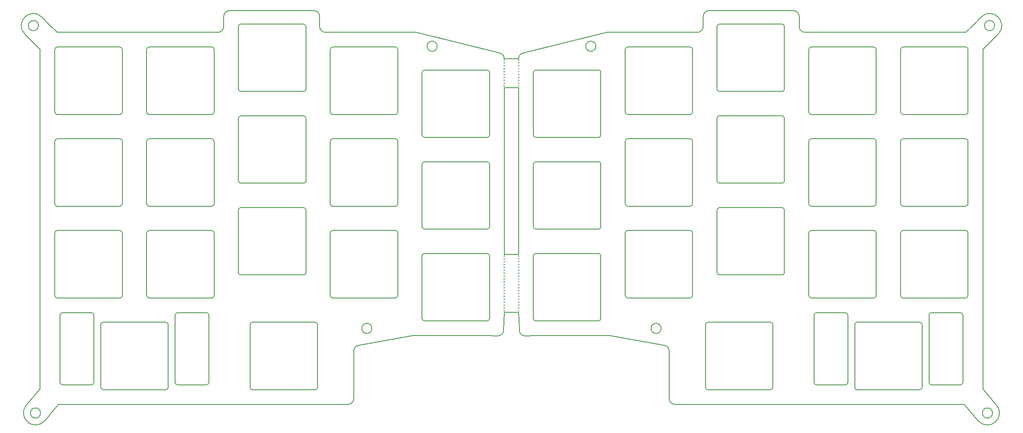
<source format=gm1>
G04 #@! TF.GenerationSoftware,KiCad,Pcbnew,7.0.7-7.0.7~ubuntu23.04.1*
G04 #@! TF.CreationDate,2023-09-08T19:13:07+00:00*
G04 #@! TF.ProjectId,LeChiffre_Plate,4c654368-6966-4667-9265-5f506c617465,rev?*
G04 #@! TF.SameCoordinates,Original*
G04 #@! TF.FileFunction,Profile,NP*
%FSLAX46Y46*%
G04 Gerber Fmt 4.6, Leading zero omitted, Abs format (unit mm)*
G04 Created by KiCad (PCBNEW 7.0.7-7.0.7~ubuntu23.04.1) date 2023-09-08 19:13:07*
%MOMM*%
%LPD*%
G01*
G04 APERTURE LIST*
G04 #@! TA.AperFunction,Profile*
%ADD10C,0.200000*%
G04 #@! TD*
G04 #@! TA.AperFunction,Profile*
%ADD11C,0.010000*%
G04 #@! TD*
G04 APERTURE END LIST*
D10*
X164310499Y-61117706D02*
X164310499Y-95803724D01*
X127210499Y-49670362D02*
X145990358Y-49670363D01*
X160770278Y-71484077D02*
G75*
G03*
X161270277Y-70984063I22J499977D01*
G01*
X251025721Y-110371563D02*
X251025720Y-123371564D01*
X202900720Y-85771521D02*
G75*
G03*
X203400721Y-85271564I-20J500021D01*
G01*
X247050719Y-52721564D02*
X260050720Y-52721563D01*
D11*
X167460499Y-98503724D02*
G75*
G03*
X167460499Y-98503724I-150000J0D01*
G01*
X164460499Y-57217706D02*
G75*
G03*
X164460499Y-57217706I-150000J0D01*
G01*
D10*
X208950721Y-100059063D02*
X221950720Y-100059064D01*
X123170336Y-67509063D02*
G75*
G03*
X122670277Y-67009064I-500036J-37D01*
G01*
X189900720Y-90821564D02*
X202900720Y-90821564D01*
X109670278Y-86059077D02*
G75*
G03*
X109170277Y-86559063I22J-500023D01*
G01*
X90120337Y-66221564D02*
G75*
G03*
X90620278Y-66721563I499963J-36D01*
G01*
D11*
X164460499Y-60217706D02*
G75*
G03*
X164460499Y-60217706I-150000J0D01*
G01*
D10*
X226710499Y-49670363D02*
X260077188Y-49670363D01*
X222450720Y-67509064D02*
X222450721Y-80509064D01*
X72657277Y-107871579D02*
G75*
G03*
X72157279Y-108371563I23J-500021D01*
G01*
X228000720Y-52721521D02*
G75*
G03*
X227500721Y-53221564I-20J-499979D01*
G01*
X162940431Y-112708230D02*
G75*
G03*
X164181130Y-111550262I41369J1199330D01*
G01*
X161270337Y-96084063D02*
G75*
G03*
X160770278Y-95584063I-500037J-37D01*
G01*
X142220277Y-85271563D02*
X142220278Y-72271563D01*
X128220277Y-104321563D02*
X128220279Y-91321563D01*
X260050721Y-66721563D02*
X247050721Y-66721564D01*
X109670277Y-67009078D02*
G75*
G03*
X109170278Y-67509064I23J-500022D01*
G01*
X96533277Y-107871578D02*
G75*
G03*
X96033278Y-108371564I23J-500022D01*
G01*
D11*
X167460499Y-105103724D02*
G75*
G03*
X167460499Y-105103724I-150000J0D01*
G01*
D10*
X81095277Y-109871577D02*
G75*
G03*
X80595277Y-110371563I23J-500023D01*
G01*
D11*
X167460499Y-60817706D02*
G75*
G03*
X167460499Y-60817706I-150000J0D01*
G01*
D10*
X90620278Y-52721563D02*
X103620278Y-52721564D01*
X104120336Y-91321564D02*
G75*
G03*
X103620278Y-90821564I-500036J-36D01*
G01*
X247050719Y-52721521D02*
G75*
G03*
X246550721Y-53221564I-19J-499979D01*
G01*
X68010499Y-53212839D02*
X64842309Y-50034123D01*
X123170277Y-61459064D02*
X123170278Y-48459064D01*
X104120336Y-72271564D02*
G75*
G03*
X103620278Y-71771564I-500036J-36D01*
G01*
X103620278Y-85771564D02*
X90620278Y-85771563D01*
X183850720Y-90534063D02*
X170850720Y-90534064D01*
X65136250Y-127104335D02*
G75*
G03*
X68961164Y-130324647I1912450J-1610165D01*
G01*
X170860499Y-112632863D02*
X168680565Y-112708136D01*
X202900720Y-66721563D02*
X189900720Y-66721564D01*
X241500721Y-72271563D02*
X241500720Y-85271564D01*
X203400736Y-91321563D02*
G75*
G03*
X202900720Y-90821564I-500036J-37D01*
G01*
D11*
X164460499Y-58417706D02*
G75*
G03*
X164460499Y-58417706I-150000J0D01*
G01*
D10*
X72657278Y-107871563D02*
X78657277Y-107871563D01*
D11*
X167460499Y-97903724D02*
G75*
G03*
X167460499Y-97903724I-150000J0D01*
G01*
X167460499Y-100303724D02*
G75*
G03*
X167460499Y-100303724I-150000J0D01*
G01*
D10*
X122670277Y-86059064D02*
X109670278Y-86059063D01*
X78657278Y-122871564D02*
X72657278Y-122871564D01*
X198529249Y-125720363D02*
X198529249Y-115837193D01*
D11*
X167460499Y-106303724D02*
G75*
G03*
X167460499Y-106303724I-150000J0D01*
G01*
D10*
X147770278Y-76534078D02*
G75*
G03*
X147270278Y-77034063I22J-500022D01*
G01*
X246550720Y-66221563D02*
X246550721Y-53221563D01*
X79157337Y-108371563D02*
G75*
G03*
X78657277Y-107871563I-500037J-37D01*
G01*
D11*
X164460499Y-106303724D02*
G75*
G03*
X164460499Y-106303724I-150000J0D01*
G01*
D10*
X170350721Y-109084063D02*
X170350720Y-96084063D01*
X142220278Y-53221564D02*
X142220277Y-66221563D01*
X206810499Y-45157863D02*
X224310499Y-45157863D01*
X112051527Y-109871563D02*
X125051527Y-109871564D01*
X189400720Y-72271563D02*
X189400721Y-85271563D01*
D11*
X167460499Y-57817706D02*
G75*
G03*
X167460499Y-57817706I-150000J0D01*
G01*
D10*
X125551528Y-110371563D02*
X125551528Y-123371563D01*
X189900722Y-52721520D02*
G75*
G03*
X189400720Y-53221564I-22J-499980D01*
G01*
D11*
X164460499Y-59017706D02*
G75*
G03*
X164460499Y-59017706I-150000J0D01*
G01*
D10*
X147270337Y-70984064D02*
G75*
G03*
X147770278Y-71484063I499963J-36D01*
G01*
X167310499Y-95803724D02*
X164310499Y-95803724D01*
X237025720Y-123371564D02*
X237025721Y-110371563D01*
X111551537Y-123371563D02*
G75*
G03*
X112051527Y-123871563I499963J-37D01*
G01*
X147770279Y-95584078D02*
G75*
G03*
X147270278Y-96084063I21J-500022D01*
G01*
D11*
X164460499Y-105703724D02*
G75*
G03*
X164460499Y-105703724I-150000J0D01*
G01*
D10*
X170850720Y-76534020D02*
G75*
G03*
X170350720Y-77034063I-20J-499980D01*
G01*
X80595337Y-123371563D02*
G75*
G03*
X81095277Y-123871563I499963J-37D01*
G01*
X208450736Y-61459064D02*
G75*
G03*
X208950720Y-61959064I499964J-36D01*
G01*
D11*
X164460499Y-56617706D02*
G75*
G03*
X164460499Y-56617706I-150000J0D01*
G01*
D10*
X80595278Y-123371564D02*
X80595277Y-110371563D01*
X131891749Y-126920449D02*
G75*
G03*
X133091749Y-125720363I-49J1200049D01*
G01*
X170350736Y-90034063D02*
G75*
G03*
X170850720Y-90534064I499964J-37D01*
G01*
X109170278Y-48459064D02*
X109170277Y-61459064D01*
D11*
X164460499Y-59617706D02*
G75*
G03*
X164460499Y-59617706I-150000J0D01*
G01*
D10*
X126010538Y-48470363D02*
G75*
G03*
X127210499Y-49670362I1199962J-37D01*
G01*
X251025737Y-110371563D02*
G75*
G03*
X250525721Y-109871563I-500037J-37D01*
G01*
D11*
X164460499Y-97303724D02*
G75*
G03*
X164460499Y-97303724I-150000J0D01*
G01*
D10*
X203400720Y-53221564D02*
X203400722Y-66221564D01*
X125051527Y-123871564D02*
X112051527Y-123871563D01*
X161270278Y-57984063D02*
X161270277Y-70984063D01*
X170850720Y-95584063D02*
X183850720Y-95584064D01*
X260050721Y-104821520D02*
G75*
G03*
X260550720Y-104321563I-21J500020D01*
G01*
D11*
X164460499Y-107503724D02*
G75*
G03*
X164460499Y-107503724I-150000J0D01*
G01*
D10*
X208950721Y-67009020D02*
G75*
G03*
X208450720Y-67509063I-21J-499980D01*
G01*
X102533278Y-122871579D02*
G75*
G03*
X103033279Y-122371563I22J499979D01*
G01*
X185630640Y-49670363D02*
X204410499Y-49670362D01*
X235087720Y-122871520D02*
G75*
G03*
X235587720Y-122371564I-20J500020D01*
G01*
X147770278Y-57484078D02*
G75*
G03*
X147270278Y-57984064I22J-500022D01*
G01*
X241000720Y-85771520D02*
G75*
G03*
X241500720Y-85271564I-20J500020D01*
G01*
X107310500Y-45157899D02*
G75*
G03*
X106110499Y-46357862I0J-1200001D01*
G01*
X208950721Y-86059020D02*
G75*
G03*
X208450720Y-86559063I-21J-499980D01*
G01*
X160760499Y-112632863D02*
X145410499Y-112632863D01*
X104910499Y-49670399D02*
G75*
G03*
X106110499Y-48470363I1J1199999D01*
G01*
X128720278Y-52721563D02*
X141720276Y-52721564D01*
D11*
X164460499Y-97903724D02*
G75*
G03*
X164460499Y-97903724I-150000J0D01*
G01*
X167460499Y-56017706D02*
G75*
G03*
X167460499Y-56017706I-150000J0D01*
G01*
D10*
X189400721Y-104321563D02*
X189400719Y-91321563D01*
X109170277Y-86559063D02*
X109170277Y-99559063D01*
X107310499Y-45157863D02*
X124810499Y-45157863D01*
X221950721Y-47959063D02*
X208950721Y-47959064D01*
D11*
X167460499Y-59017706D02*
G75*
G03*
X167460499Y-59017706I-150000J0D01*
G01*
D10*
X259463737Y-108371563D02*
G75*
G03*
X258963721Y-107871563I-500037J-37D01*
G01*
X109170337Y-80509064D02*
G75*
G03*
X109670278Y-81009063I499963J-36D01*
G01*
X160770278Y-109584077D02*
G75*
G03*
X161270277Y-109084063I22J499977D01*
G01*
X84570278Y-66721578D02*
G75*
G03*
X85070278Y-66221563I22J499978D01*
G01*
X71070337Y-66221563D02*
G75*
G03*
X71570277Y-66721563I499963J-37D01*
G01*
X68383687Y-46504473D02*
G75*
G03*
X64842309Y-50034123I-1770687J-1764827D01*
G01*
X147270278Y-90034063D02*
X147270278Y-77034063D01*
X222450736Y-86559063D02*
G75*
G03*
X221950720Y-86059064I-500036J-37D01*
G01*
X203400738Y-72271564D02*
G75*
G03*
X202900720Y-71771562I-500038J-36D01*
G01*
X84570277Y-66721564D02*
X71570277Y-66721563D01*
X246550720Y-104321563D02*
X246550721Y-91321563D01*
X103620278Y-85771578D02*
G75*
G03*
X104120278Y-85271563I22J499978D01*
G01*
X263610498Y-123685378D02*
X264892740Y-125213493D01*
X123170336Y-48459064D02*
G75*
G03*
X122670277Y-47959064I-500036J-36D01*
G01*
X221950720Y-100059022D02*
G75*
G03*
X222450722Y-99559063I-20J500022D01*
G01*
X241000720Y-90821563D02*
X228000720Y-90821564D01*
X71570278Y-90821563D02*
X84570278Y-90821564D01*
X208450736Y-80509063D02*
G75*
G03*
X208950720Y-81009064I499964J-37D01*
G01*
X228000720Y-90821521D02*
G75*
G03*
X227500721Y-91321564I-20J-499979D01*
G01*
D11*
X164460499Y-102703724D02*
G75*
G03*
X164460499Y-102703724I-150000J0D01*
G01*
D10*
X247050720Y-71771521D02*
G75*
G03*
X246550721Y-72271564I-20J-499979D01*
G01*
X198529338Y-125720363D02*
G75*
G03*
X199729249Y-126920362I1199862J-137D01*
G01*
X141720278Y-66721577D02*
G75*
G03*
X142220277Y-66221563I22J499977D01*
G01*
X189400736Y-66221563D02*
G75*
G03*
X189900720Y-66721564I499964J-37D01*
G01*
X104120336Y-53221564D02*
G75*
G03*
X103620278Y-52721564I-500036J-36D01*
G01*
X183850720Y-109584021D02*
G75*
G03*
X184350721Y-109084064I-20J500021D01*
G01*
X109670277Y-67009062D02*
X122670277Y-67009064D01*
D11*
X164460499Y-98503724D02*
G75*
G03*
X164460499Y-98503724I-150000J0D01*
G01*
D10*
X208950721Y-67009064D02*
X221950721Y-67009062D01*
D11*
X167460499Y-96103724D02*
G75*
G03*
X167460499Y-96103724I-150000J0D01*
G01*
D10*
X122670278Y-61959077D02*
G75*
G03*
X123170277Y-61459064I22J499977D01*
G01*
X229087721Y-107871564D02*
X235087721Y-107871564D01*
X206069437Y-123371563D02*
G75*
G03*
X206569470Y-123871563I499963J-37D01*
G01*
X81095278Y-109871563D02*
X94095278Y-109871564D01*
X146279309Y-49705663D02*
G75*
G03*
X145990358Y-49670363I-288909J-1164637D01*
G01*
X247050720Y-90821564D02*
X260050720Y-90821563D01*
X128720278Y-90821564D02*
X141720278Y-90821564D01*
X111551528Y-123371563D02*
X111551528Y-110371563D01*
X227500720Y-85271563D02*
X227500720Y-72271563D01*
X71570277Y-71771577D02*
G75*
G03*
X71070277Y-72271564I23J-500023D01*
G01*
D11*
X164460499Y-100303724D02*
G75*
G03*
X164460499Y-100303724I-150000J0D01*
G01*
D10*
X103620278Y-66721564D02*
X90620278Y-66721563D01*
D11*
X164460499Y-100903724D02*
G75*
G03*
X164460499Y-100903724I-150000J0D01*
G01*
D10*
X85070335Y-72271564D02*
G75*
G03*
X84570278Y-71771565I-500035J-36D01*
G01*
X147270278Y-109084063D02*
X147270278Y-96084063D01*
X164310499Y-107803724D02*
X164181130Y-111550262D01*
X222450737Y-48459064D02*
G75*
G03*
X221950721Y-47959063I-500037J-36D01*
G01*
X96033278Y-122371564D02*
X96033278Y-108371564D01*
X96533277Y-107871564D02*
X102533277Y-107871564D01*
X109170336Y-99559063D02*
G75*
G03*
X109670278Y-100059064I499964J-37D01*
G01*
X260550720Y-91321563D02*
X260550720Y-104321563D01*
X250525721Y-123871520D02*
G75*
G03*
X251025720Y-123371563I-21J500020D01*
G01*
X265622276Y-128714505D02*
G75*
G03*
X265622276Y-128714505I-1050000J0D01*
G01*
X161270278Y-96084063D02*
X161270277Y-109084063D01*
X145410499Y-112632863D02*
X134080815Y-114655878D01*
D11*
X164460499Y-103903724D02*
G75*
G03*
X164460499Y-103903724I-150000J0D01*
G01*
D10*
X128720278Y-85771563D02*
X141720278Y-85771564D01*
D11*
X167460499Y-55417706D02*
G75*
G03*
X167460499Y-55417706I-150000J0D01*
G01*
D10*
X106110499Y-48470363D02*
X106110499Y-46357862D01*
X208950721Y-47959020D02*
G75*
G03*
X208450720Y-48459064I-21J-499980D01*
G01*
X123170278Y-99559063D02*
X123170278Y-86559063D01*
X71570277Y-52721577D02*
G75*
G03*
X71070277Y-53221564I23J-500023D01*
G01*
X227500736Y-66221564D02*
G75*
G03*
X228000720Y-66721564I499964J-36D01*
G01*
X184350736Y-96084063D02*
G75*
G03*
X183850719Y-95584064I-500036J-37D01*
G01*
X184350737Y-57984064D02*
G75*
G03*
X183850720Y-57484063I-500037J-36D01*
G01*
X228000720Y-71771564D02*
X241000720Y-71771563D01*
X184350720Y-96084063D02*
X184350720Y-109084063D01*
X141720279Y-104821563D02*
X128720278Y-104821564D01*
X225510438Y-48470363D02*
G75*
G03*
X226710499Y-49670362I1199962J-37D01*
G01*
D11*
X164460499Y-55417706D02*
G75*
G03*
X164460499Y-55417706I-150000J0D01*
G01*
D10*
X141720279Y-104821577D02*
G75*
G03*
X142220277Y-104321563I21J499977D01*
G01*
X183850720Y-71484020D02*
G75*
G03*
X184350720Y-70984064I-20J500020D01*
G01*
X189400736Y-85271563D02*
G75*
G03*
X189900720Y-85771564I499964J-37D01*
G01*
X241000720Y-66721520D02*
G75*
G03*
X241500720Y-66221564I-20J500020D01*
G01*
D11*
X164460499Y-101503724D02*
G75*
G03*
X164460499Y-101503724I-150000J0D01*
G01*
X167460499Y-96703724D02*
G75*
G03*
X167460499Y-96703724I-150000J0D01*
G01*
D10*
X71827335Y-126920362D02*
X68961165Y-130324648D01*
X189400721Y-66221563D02*
X189400720Y-53221564D01*
X262659833Y-130324648D02*
X259793663Y-126920362D01*
X205610499Y-48470363D02*
X205610499Y-46357862D01*
X90620278Y-104821564D02*
X103620278Y-104821563D01*
X247050720Y-71771565D02*
X260050720Y-71771563D01*
X225510438Y-46357862D02*
G75*
G03*
X224310498Y-45157862I-1200038J-38D01*
G01*
D11*
X167460499Y-99703724D02*
G75*
G03*
X167460499Y-99703724I-150000J0D01*
G01*
D10*
X164310494Y-55117706D02*
G75*
G03*
X163399448Y-53953013I-1199994J6D01*
G01*
X262659866Y-130324620D02*
G75*
G03*
X266484717Y-127104360I1912434J1610120D01*
G01*
X94595277Y-110371563D02*
X94595278Y-123371564D01*
X260550737Y-72271564D02*
G75*
G03*
X260050721Y-71771563I-500037J-36D01*
G01*
X71570278Y-52721563D02*
X84570279Y-52721564D01*
X189900720Y-71771520D02*
G75*
G03*
X189400720Y-72271563I-20J-499980D01*
G01*
X68383702Y-46504456D02*
X70128627Y-48255179D01*
X228000720Y-71771521D02*
G75*
G03*
X227500721Y-72271564I-20J-499979D01*
G01*
X229087721Y-107871520D02*
G75*
G03*
X228587720Y-108371564I-21J-499980D01*
G01*
X235587720Y-108371564D02*
X235587720Y-122371564D01*
X78657278Y-122871578D02*
G75*
G03*
X79157278Y-122371564I22J499978D01*
G01*
X122670278Y-81009078D02*
G75*
G03*
X123170278Y-80509063I22J499978D01*
G01*
X196871934Y-111146587D02*
G75*
G03*
X196871934Y-111146587I-1050001J0D01*
G01*
X122670278Y-81009064D02*
X109670278Y-81009063D01*
X126010499Y-46357862D02*
X126010499Y-48470363D01*
X141720278Y-85771577D02*
G75*
G03*
X142220277Y-85271563I22J499977D01*
G01*
X142220336Y-53221564D02*
G75*
G03*
X141720276Y-52721564I-500036J-36D01*
G01*
X133091749Y-115837193D02*
X133091749Y-125720363D01*
X94095278Y-123871578D02*
G75*
G03*
X94595278Y-123371564I22J499978D01*
G01*
X170850720Y-95584020D02*
G75*
G03*
X170350720Y-96084063I-20J-499980D01*
G01*
X228000720Y-104821563D02*
X241000720Y-104821564D01*
X104120278Y-104321563D02*
X104120278Y-91321563D01*
X203400737Y-53221564D02*
G75*
G03*
X202900720Y-52721563I-500037J-36D01*
G01*
X71570278Y-71771563D02*
X84570278Y-71771565D01*
X258963720Y-122871520D02*
G75*
G03*
X259463720Y-122371564I-20J500020D01*
G01*
X260550721Y-53221564D02*
X260550719Y-66221564D01*
X170850720Y-57484064D02*
X183850720Y-57484063D01*
X219569471Y-123871563D02*
X206569471Y-123871564D01*
X202900720Y-66721522D02*
G75*
G03*
X203400722Y-66221564I-20J500022D01*
G01*
X170850720Y-76534064D02*
X183850720Y-76534063D01*
X147770278Y-57484063D02*
X160770278Y-57484064D01*
D11*
X167460499Y-101503724D02*
G75*
G03*
X167460499Y-101503724I-150000J0D01*
G01*
D10*
X104120278Y-72271563D02*
X104120278Y-85271563D01*
X125051528Y-123871628D02*
G75*
G03*
X125551528Y-123371563I-28J500028D01*
G01*
X186210499Y-112632863D02*
X170860499Y-112632863D01*
D11*
X167460499Y-102103724D02*
G75*
G03*
X167460499Y-102103724I-150000J0D01*
G01*
D10*
X65136279Y-127104361D02*
X66728258Y-125213493D01*
X189900720Y-90821519D02*
G75*
G03*
X189400719Y-91321563I-20J-499981D01*
G01*
X197540183Y-114655878D02*
X186210499Y-112632863D01*
X128220336Y-104321564D02*
G75*
G03*
X128720278Y-104821564I499964J-36D01*
G01*
D11*
X164460499Y-103303724D02*
G75*
G03*
X164460499Y-103303724I-150000J0D01*
G01*
D10*
X168221550Y-53953013D02*
X185341690Y-49705671D01*
X125551536Y-110371563D02*
G75*
G03*
X125051527Y-109871564I-500036J-37D01*
G01*
X90120277Y-91321562D02*
X90120278Y-104321563D01*
X66728258Y-125213493D02*
X68010500Y-123685378D01*
X237025736Y-123371564D02*
G75*
G03*
X237525720Y-123871564I499964J-36D01*
G01*
X208450737Y-99559063D02*
G75*
G03*
X208950721Y-100059063I499963J-37D01*
G01*
X167310499Y-107803724D02*
X164310499Y-107803724D01*
X103620278Y-90821564D02*
X90620278Y-90821563D01*
X72157279Y-122371563D02*
X72157279Y-108371563D01*
X90120337Y-85271564D02*
G75*
G03*
X90620278Y-85771563I499963J-36D01*
G01*
X102533278Y-122871563D02*
X96533278Y-122871563D01*
X260550737Y-53221564D02*
G75*
G03*
X260050721Y-52721563I-500037J-36D01*
G01*
X71070279Y-66221564D02*
X71070277Y-53221564D01*
X85070277Y-91321563D02*
X85070278Y-104321563D01*
X208450720Y-86559063D02*
X208450720Y-99559063D01*
X134080823Y-114655924D02*
G75*
G03*
X133091749Y-115837193I210877J-1181276D01*
G01*
X109670277Y-47959078D02*
G75*
G03*
X109170278Y-48459064I23J-500022D01*
G01*
X221950720Y-86059063D02*
X208950721Y-86059064D01*
X220069470Y-110371563D02*
X220069470Y-123371563D01*
X142220279Y-91321563D02*
X142220277Y-104321563D01*
X206569471Y-109871564D02*
X219569471Y-109871563D01*
X183850720Y-109584064D02*
X170850720Y-109584063D01*
D11*
X164460499Y-104503724D02*
G75*
G03*
X164460499Y-104503724I-150000J0D01*
G01*
D10*
X141720278Y-66721564D02*
X128720278Y-66721563D01*
X221950720Y-61959021D02*
G75*
G03*
X222450721Y-61459064I-20J500021D01*
G01*
X252963721Y-107871520D02*
G75*
G03*
X252463720Y-108371563I-21J-499980D01*
G01*
D11*
X164460499Y-99703724D02*
G75*
G03*
X164460499Y-99703724I-150000J0D01*
G01*
D10*
X235087720Y-122871563D02*
X229087720Y-122871563D01*
X160770278Y-90534077D02*
G75*
G03*
X161270277Y-90034063I22J499977D01*
G01*
D11*
X167460499Y-97303724D02*
G75*
G03*
X167460499Y-97303724I-150000J0D01*
G01*
X164460499Y-56017706D02*
G75*
G03*
X164460499Y-56017706I-150000J0D01*
G01*
D10*
X241500720Y-104321563D02*
X241500721Y-91321562D01*
X241500721Y-53221564D02*
X241500720Y-66221564D01*
X250525721Y-123871563D02*
X237525721Y-123871563D01*
X109670278Y-100059064D02*
X122670277Y-100059063D01*
X122670277Y-47959064D02*
X109670277Y-47959063D01*
X167310499Y-95803724D02*
X167310499Y-61117706D01*
X183322041Y-52553611D02*
G75*
G03*
X183322041Y-52553611I-1050001J0D01*
G01*
X252463736Y-122371564D02*
G75*
G03*
X252963720Y-122871564I499964J-36D01*
G01*
X260050721Y-85771563D02*
X247050721Y-85771564D01*
X184350720Y-57984064D02*
X184350720Y-70984064D01*
X208450720Y-80509063D02*
X208450720Y-67509063D01*
X167310499Y-55117706D02*
X164310499Y-55117706D01*
X126010537Y-46357863D02*
G75*
G03*
X124810499Y-45157863I-1200037J-37D01*
G01*
X225510499Y-46357862D02*
X225510499Y-48470363D01*
X189400737Y-104321563D02*
G75*
G03*
X189900719Y-104821563I499963J-37D01*
G01*
X150398959Y-52553611D02*
G75*
G03*
X150398959Y-52553611I-1050001J0D01*
G01*
X220069437Y-110371563D02*
G75*
G03*
X219569471Y-109871563I-500037J-37D01*
G01*
X142220336Y-91321563D02*
G75*
G03*
X141720278Y-90821564I-500036J-37D01*
G01*
X104120278Y-53221564D02*
X104120278Y-66221564D01*
X90620277Y-71771577D02*
G75*
G03*
X90120277Y-72271563I23J-500023D01*
G01*
X103033336Y-108371564D02*
G75*
G03*
X102533277Y-107871564I-500036J-36D01*
G01*
X222450721Y-61459064D02*
X222450720Y-48459064D01*
X241500738Y-72271563D02*
G75*
G03*
X241000721Y-71771562I-500038J-37D01*
G01*
X84570279Y-85771578D02*
G75*
G03*
X85070278Y-85271563I21J499978D01*
G01*
X184350720Y-77034063D02*
X184350720Y-90034063D01*
X260077188Y-49670363D02*
X261492371Y-48255179D01*
D11*
X164460499Y-106903724D02*
G75*
G03*
X164460499Y-106903724I-150000J0D01*
G01*
D10*
X79157277Y-108371564D02*
X79157278Y-122371564D01*
X221950720Y-81009021D02*
G75*
G03*
X222450721Y-80509064I-20J500021D01*
G01*
X146279308Y-49705671D02*
X163399448Y-53953013D01*
X96033337Y-122371564D02*
G75*
G03*
X96533278Y-122871563I499963J-36D01*
G01*
X109170337Y-61459064D02*
G75*
G03*
X109670278Y-61959063I499963J-36D01*
G01*
X203400721Y-85271564D02*
X203400720Y-72271564D01*
D11*
X164460499Y-102103724D02*
G75*
G03*
X164460499Y-102103724I-150000J0D01*
G01*
D10*
X147270336Y-109084064D02*
G75*
G03*
X147770278Y-109584064I499964J-36D01*
G01*
X260050721Y-104821564D02*
X247050722Y-104821563D01*
X252463720Y-122371564D02*
X252463721Y-108371564D01*
X90120278Y-85271564D02*
X90120277Y-72271563D01*
D11*
X164460499Y-96703724D02*
G75*
G03*
X164460499Y-96703724I-150000J0D01*
G01*
D10*
X147270278Y-70984064D02*
X147270278Y-57984064D01*
X85070277Y-72271563D02*
X85070278Y-85271563D01*
X228587719Y-122371563D02*
X228587720Y-108371564D01*
X170350721Y-90034063D02*
X170350720Y-77034063D01*
D11*
X167460499Y-56617706D02*
G75*
G03*
X167460499Y-56617706I-150000J0D01*
G01*
D10*
X170850720Y-57484020D02*
G75*
G03*
X170350720Y-57984063I-20J-499980D01*
G01*
D11*
X167460499Y-59617706D02*
G75*
G03*
X167460499Y-59617706I-150000J0D01*
G01*
D10*
X264892740Y-125213493D02*
X266484719Y-127104361D01*
X247050720Y-90821521D02*
G75*
G03*
X246550721Y-91321564I-20J-499979D01*
G01*
X136849066Y-111146587D02*
G75*
G03*
X136849066Y-111146587I-1050001J0D01*
G01*
X71070336Y-104321563D02*
G75*
G03*
X71570277Y-104821564I499964J-37D01*
G01*
X241000720Y-66721563D02*
X228000720Y-66721564D01*
X90120278Y-66221564D02*
X90120277Y-53221564D01*
X160770278Y-71484064D02*
X147770278Y-71484063D01*
D11*
X167460499Y-102703724D02*
G75*
G03*
X167460499Y-102703724I-150000J0D01*
G01*
D10*
X128220276Y-66221564D02*
X128220278Y-53221564D01*
X241000720Y-85771563D02*
X228000720Y-85771564D01*
X227500736Y-85271563D02*
G75*
G03*
X228000720Y-85771564I499964J-37D01*
G01*
X85070277Y-53221563D02*
X85070278Y-66221563D01*
X259463719Y-108371563D02*
X259463719Y-122371563D01*
X90620278Y-90821577D02*
G75*
G03*
X90120277Y-91321562I22J-500023D01*
G01*
X206069470Y-123371563D02*
X206069470Y-110371563D01*
X67663006Y-48269290D02*
G75*
G03*
X67663006Y-48269290I-1050000J0D01*
G01*
X147770278Y-95584064D02*
X160770278Y-95584063D01*
X219569471Y-123871570D02*
G75*
G03*
X220069470Y-123371563I29J499970D01*
G01*
X170350721Y-70984063D02*
X170350720Y-57984063D01*
X259793663Y-126920362D02*
X199729249Y-126920362D01*
X266778689Y-50034123D02*
X263610499Y-53212839D01*
D11*
X164460499Y-99103724D02*
G75*
G03*
X164460499Y-99103724I-150000J0D01*
G01*
D10*
X208450720Y-48459064D02*
X208450721Y-61459064D01*
X183850720Y-71484063D02*
X170850720Y-71484064D01*
X206569471Y-109871570D02*
G75*
G03*
X206069470Y-110371563I29J-500030D01*
G01*
X260550721Y-72271564D02*
X260550720Y-85271564D01*
X168221549Y-53953008D02*
G75*
G03*
X167310500Y-55117706I288951J-1164692D01*
G01*
X128220278Y-72271564D02*
X128220277Y-85271564D01*
D11*
X167460499Y-106903724D02*
G75*
G03*
X167460499Y-106903724I-150000J0D01*
G01*
D10*
X246550720Y-85271563D02*
X246550721Y-72271563D01*
X103033278Y-108371564D02*
X103033279Y-122371563D01*
D11*
X164460499Y-57817706D02*
G75*
G03*
X164460499Y-57817706I-150000J0D01*
G01*
D10*
X260050721Y-85771520D02*
G75*
G03*
X260550720Y-85271563I-21J500020D01*
G01*
X260550736Y-91321563D02*
G75*
G03*
X260050720Y-90821564I-500036J-37D01*
G01*
X227500720Y-66221564D02*
X227500720Y-53221564D01*
X122670277Y-100059078D02*
G75*
G03*
X123170278Y-99559063I23J499978D01*
G01*
X266778705Y-50034139D02*
G75*
G03*
X263237297Y-46504459I-1770705J1764839D01*
G01*
X161270336Y-57984063D02*
G75*
G03*
X160770278Y-57484064I-500036J-37D01*
G01*
X204410499Y-49670299D02*
G75*
G03*
X205610499Y-48470363I1J1199999D01*
G01*
X167439868Y-111550262D02*
X167310499Y-107803724D01*
D11*
X167460499Y-100903724D02*
G75*
G03*
X167460499Y-100903724I-150000J0D01*
G01*
D10*
X206810499Y-45157799D02*
G75*
G03*
X205610499Y-46357863I1J-1200001D01*
G01*
X228587737Y-122371563D02*
G75*
G03*
X229087720Y-122871563I499963J-37D01*
G01*
X258963720Y-122871564D02*
X252963720Y-122871564D01*
X189900720Y-85771564D02*
X202900720Y-85771563D01*
X227500737Y-104321563D02*
G75*
G03*
X228000720Y-104821563I499963J-37D01*
G01*
X221950720Y-81009063D02*
X208950720Y-81009064D01*
X112051527Y-109871628D02*
G75*
G03*
X111551528Y-110371563I-27J-499972D01*
G01*
X84570277Y-85771564D02*
X71570277Y-85771563D01*
D11*
X164460499Y-60817706D02*
G75*
G03*
X164460499Y-60817706I-150000J0D01*
G01*
D10*
X189900722Y-52721564D02*
X202900720Y-52721563D01*
X203400719Y-91321563D02*
X203400721Y-104321563D01*
D11*
X167460499Y-103903724D02*
G75*
G03*
X167460499Y-103903724I-150000J0D01*
G01*
D10*
X94595336Y-110371564D02*
G75*
G03*
X94095278Y-109871564I-500036J-36D01*
G01*
X246550736Y-104321563D02*
G75*
G03*
X247050720Y-104821564I499964J-37D01*
G01*
X70128627Y-48255179D02*
X71543810Y-49670363D01*
X237525720Y-109871564D02*
X250525720Y-109871563D01*
X266057992Y-48269290D02*
G75*
G03*
X266057992Y-48269290I-1050000J0D01*
G01*
X90120336Y-104321564D02*
G75*
G03*
X90620278Y-104821564I499964J-36D01*
G01*
X184350737Y-77034063D02*
G75*
G03*
X183850720Y-76534063I-500037J-37D01*
G01*
X128720278Y-71771578D02*
G75*
G03*
X128220278Y-72271564I22J-500022D01*
G01*
X222450738Y-67509064D02*
G75*
G03*
X221950721Y-67009062I-500038J-36D01*
G01*
X109670278Y-61959063D02*
X122670278Y-61959064D01*
X160770278Y-90534064D02*
X147770278Y-90534063D01*
X227500720Y-91321563D02*
X227500720Y-104321563D01*
X185630640Y-49670356D02*
G75*
G03*
X185341691Y-49705670I-40J-1199444D01*
G01*
X241500737Y-53221564D02*
G75*
G03*
X241000721Y-52721563I-500037J-36D01*
G01*
X84570276Y-104821563D02*
X71570277Y-104821564D01*
X90620278Y-71771563D02*
X103620278Y-71771564D01*
X202900720Y-71771562D02*
X189900720Y-71771564D01*
X71070278Y-104321563D02*
X71070278Y-91321563D01*
D11*
X167460499Y-57217706D02*
G75*
G03*
X167460499Y-57217706I-150000J0D01*
G01*
D10*
X241500736Y-91321562D02*
G75*
G03*
X241000720Y-90821564I-500036J-38D01*
G01*
X128220337Y-85271564D02*
G75*
G03*
X128720278Y-85771563I499963J-36D01*
G01*
D11*
X167460499Y-103303724D02*
G75*
G03*
X167460499Y-103303724I-150000J0D01*
G01*
D10*
X68098722Y-128714505D02*
G75*
G03*
X68098722Y-128714505I-1050000J0D01*
G01*
D11*
X167460499Y-107503724D02*
G75*
G03*
X167460499Y-107503724I-150000J0D01*
G01*
D10*
X241000720Y-104821520D02*
G75*
G03*
X241500720Y-104321564I-20J500020D01*
G01*
D11*
X164460499Y-105103724D02*
G75*
G03*
X164460499Y-105103724I-150000J0D01*
G01*
D10*
X162940433Y-112708136D02*
X160760499Y-112632863D01*
X202900720Y-104821521D02*
G75*
G03*
X203400721Y-104321564I-20J500021D01*
G01*
X161270336Y-77034063D02*
G75*
G03*
X160770278Y-76534064I-500036J-37D01*
G01*
X208950720Y-61959064D02*
X221950720Y-61959063D01*
D11*
X167460499Y-60217706D02*
G75*
G03*
X167460499Y-60217706I-150000J0D01*
G01*
D10*
X252963721Y-107871563D02*
X258963720Y-107871563D01*
X147270337Y-90034063D02*
G75*
G03*
X147770278Y-90534063I499963J-37D01*
G01*
X90620277Y-52721577D02*
G75*
G03*
X90120277Y-53221564I23J-500023D01*
G01*
X170350736Y-70984063D02*
G75*
G03*
X170850720Y-71484064I499964J-37D01*
G01*
X260050721Y-66721520D02*
G75*
G03*
X260550720Y-66221563I-21J500020D01*
G01*
X85070336Y-91321564D02*
G75*
G03*
X84570278Y-90821564I-500036J-36D01*
G01*
X147770278Y-76534063D02*
X160770278Y-76534064D01*
X123170278Y-67509063D02*
X123170278Y-80509063D01*
X109170277Y-80509064D02*
X109170278Y-67509064D01*
X84570278Y-104821578D02*
G75*
G03*
X85070278Y-104321563I22J499978D01*
G01*
D11*
X167460499Y-105703724D02*
G75*
G03*
X167460499Y-105703724I-150000J0D01*
G01*
D10*
X71570278Y-90821578D02*
G75*
G03*
X71070278Y-91321563I22J-500022D01*
G01*
X198529214Y-115837193D02*
G75*
G03*
X197540183Y-114655879I-1200014J-7D01*
G01*
X85070336Y-53221564D02*
G75*
G03*
X84570279Y-52721564I-500036J-36D01*
G01*
X128220337Y-66221564D02*
G75*
G03*
X128720278Y-66721563I499963J-36D01*
G01*
X141720278Y-71771564D02*
X128720278Y-71771562D01*
X131891749Y-126920362D02*
X71827335Y-126920362D01*
X94095277Y-123871563D02*
X81095277Y-123871563D01*
X161270278Y-77034063D02*
X161270277Y-90034063D01*
X183850720Y-90534020D02*
G75*
G03*
X184350720Y-90034063I-20J500020D01*
G01*
X68010500Y-123685378D02*
X68010499Y-53212839D01*
D11*
X164460499Y-96103724D02*
G75*
G03*
X164460499Y-96103724I-150000J0D01*
G01*
X167460499Y-104503724D02*
G75*
G03*
X167460499Y-104503724I-150000J0D01*
G01*
D10*
X160770278Y-109584063D02*
X147770278Y-109584064D01*
X167310499Y-61117706D02*
X164310499Y-61117706D01*
X72157336Y-122371564D02*
G75*
G03*
X72657278Y-122871564I499964J-36D01*
G01*
X128720278Y-52721578D02*
G75*
G03*
X128220278Y-53221564I22J-500022D01*
G01*
X123170336Y-86559063D02*
G75*
G03*
X122670277Y-86059064I-500036J-37D01*
G01*
X228000720Y-52721564D02*
X241000720Y-52721563D01*
X103620278Y-66721578D02*
G75*
G03*
X104120278Y-66221564I22J499978D01*
G01*
X103620278Y-104821578D02*
G75*
G03*
X104120278Y-104321563I22J499978D01*
G01*
X170350737Y-109084063D02*
G75*
G03*
X170850720Y-109584063I499963J-37D01*
G01*
X246550737Y-66221563D02*
G75*
G03*
X247050720Y-66721563I499963J-37D01*
G01*
X71543810Y-49670363D02*
X104910499Y-49670363D01*
X261492371Y-48255179D02*
X263237296Y-46504456D01*
X263610499Y-53212839D02*
X263610498Y-123685378D01*
X246550736Y-85271563D02*
G75*
G03*
X247050719Y-85771564I499964J-37D01*
G01*
X142220336Y-72271563D02*
G75*
G03*
X141720278Y-71771564I-500036J-37D01*
G01*
X71070278Y-85271564D02*
X71070277Y-72271564D01*
D11*
X167460499Y-99103724D02*
G75*
G03*
X167460499Y-99103724I-150000J0D01*
G01*
D10*
X222450721Y-99559063D02*
X222450721Y-86559063D01*
X128720278Y-90821579D02*
G75*
G03*
X128220279Y-91321563I22J-500021D01*
G01*
D11*
X167460499Y-58417706D02*
G75*
G03*
X167460499Y-58417706I-150000J0D01*
G01*
D10*
X235587736Y-108371564D02*
G75*
G03*
X235087721Y-107871564I-500036J-36D01*
G01*
X237525720Y-109871522D02*
G75*
G03*
X237025722Y-110371564I-20J-499978D01*
G01*
X202900720Y-104821564D02*
X189900719Y-104821563D01*
X167439853Y-111550263D02*
G75*
G03*
X168680564Y-112708137I1199147J41263D01*
G01*
X71070337Y-85271563D02*
G75*
G03*
X71570277Y-85771563I499963J-37D01*
G01*
M02*

</source>
